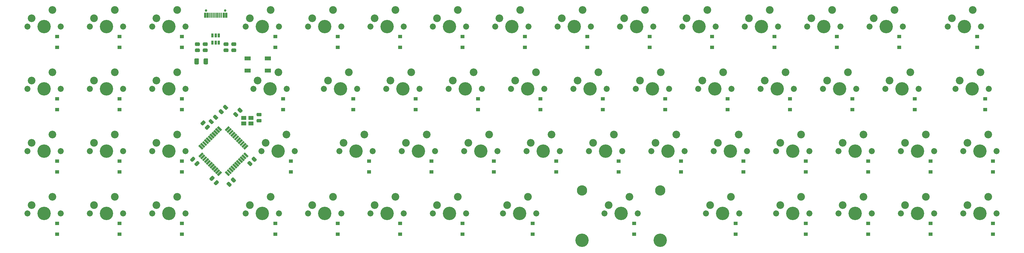
<source format=gbs>
G04 #@! TF.GenerationSoftware,KiCad,Pcbnew,(5.1.6)-1*
G04 #@! TF.CreationDate,2020-06-28T20:33:52-04:00*
G04 #@! TF.ProjectId,Trout-59,54726f75-742d-4353-992e-6b696361645f,rev?*
G04 #@! TF.SameCoordinates,Original*
G04 #@! TF.FileFunction,Soldermask,Bot*
G04 #@! TF.FilePolarity,Negative*
%FSLAX46Y46*%
G04 Gerber Fmt 4.6, Leading zero omitted, Abs format (unit mm)*
G04 Created by KiCad (PCBNEW (5.1.6)-1) date 2020-06-28 20:33:52*
%MOMM*%
%LPD*%
G01*
G04 APERTURE LIST*
%ADD10C,2.350000*%
%ADD11C,4.087800*%
%ADD12C,1.850000*%
%ADD13C,0.100000*%
%ADD14C,3.148000*%
%ADD15R,1.900000X1.200000*%
%ADD16R,0.700000X1.550000*%
%ADD17R,0.400000X1.550000*%
%ADD18C,0.750000*%
%ADD19R,1.500000X1.300000*%
%ADD20R,0.750000X1.160000*%
%ADD21R,1.300000X1.000000*%
G04 APERTURE END LIST*
D10*
G04 #@! TO.C,MX49*
X100965000Y-99695000D03*
D11*
X98425000Y-104775000D03*
D10*
X94615000Y-102235000D03*
D12*
X93345000Y-104775000D03*
X103505000Y-104775000D03*
G04 #@! TD*
D13*
G04 #@! TO.C,U1*
G36*
X79995690Y-86131587D02*
G01*
X80455309Y-86591206D01*
X79323938Y-87722577D01*
X78864319Y-87262958D01*
X79995690Y-86131587D01*
G37*
G36*
X80561376Y-86697272D02*
G01*
X81020995Y-87156891D01*
X79889624Y-88288262D01*
X79430005Y-87828643D01*
X80561376Y-86697272D01*
G37*
G36*
X81127061Y-87262957D02*
G01*
X81586680Y-87722576D01*
X80455309Y-88853947D01*
X79995690Y-88394328D01*
X81127061Y-87262957D01*
G37*
G36*
X81692746Y-87828643D02*
G01*
X82152365Y-88288262D01*
X81020994Y-89419633D01*
X80561375Y-88960014D01*
X81692746Y-87828643D01*
G37*
G36*
X82258432Y-88394328D02*
G01*
X82718051Y-88853947D01*
X81586680Y-89985318D01*
X81127061Y-89525699D01*
X82258432Y-88394328D01*
G37*
G36*
X82824117Y-88960014D02*
G01*
X83283736Y-89419633D01*
X82152365Y-90551004D01*
X81692746Y-90091385D01*
X82824117Y-88960014D01*
G37*
G36*
X83389803Y-89525699D02*
G01*
X83849422Y-89985318D01*
X82718051Y-91116689D01*
X82258432Y-90657070D01*
X83389803Y-89525699D01*
G37*
G36*
X83955488Y-90091385D02*
G01*
X84415107Y-90551004D01*
X83283736Y-91682375D01*
X82824117Y-91222756D01*
X83955488Y-90091385D01*
G37*
G36*
X84521174Y-90657070D02*
G01*
X84980793Y-91116689D01*
X83849422Y-92248060D01*
X83389803Y-91788441D01*
X84521174Y-90657070D01*
G37*
G36*
X85086859Y-91222755D02*
G01*
X85546478Y-91682374D01*
X84415107Y-92813745D01*
X83955488Y-92354126D01*
X85086859Y-91222755D01*
G37*
G36*
X85652544Y-91788441D02*
G01*
X86112163Y-92248060D01*
X84980792Y-93379431D01*
X84521173Y-92919812D01*
X85652544Y-91788441D01*
G37*
G36*
X86925337Y-92248060D02*
G01*
X87384956Y-91788441D01*
X88516327Y-92919812D01*
X88056708Y-93379431D01*
X86925337Y-92248060D01*
G37*
G36*
X87491022Y-91682374D02*
G01*
X87950641Y-91222755D01*
X89082012Y-92354126D01*
X88622393Y-92813745D01*
X87491022Y-91682374D01*
G37*
G36*
X88056707Y-91116689D02*
G01*
X88516326Y-90657070D01*
X89647697Y-91788441D01*
X89188078Y-92248060D01*
X88056707Y-91116689D01*
G37*
G36*
X88622393Y-90551004D02*
G01*
X89082012Y-90091385D01*
X90213383Y-91222756D01*
X89753764Y-91682375D01*
X88622393Y-90551004D01*
G37*
G36*
X89188078Y-89985318D02*
G01*
X89647697Y-89525699D01*
X90779068Y-90657070D01*
X90319449Y-91116689D01*
X89188078Y-89985318D01*
G37*
G36*
X89753764Y-89419633D02*
G01*
X90213383Y-88960014D01*
X91344754Y-90091385D01*
X90885135Y-90551004D01*
X89753764Y-89419633D01*
G37*
G36*
X90319449Y-88853947D02*
G01*
X90779068Y-88394328D01*
X91910439Y-89525699D01*
X91450820Y-89985318D01*
X90319449Y-88853947D01*
G37*
G36*
X90885135Y-88288262D02*
G01*
X91344754Y-87828643D01*
X92476125Y-88960014D01*
X92016506Y-89419633D01*
X90885135Y-88288262D01*
G37*
G36*
X91450820Y-87722576D02*
G01*
X91910439Y-87262957D01*
X93041810Y-88394328D01*
X92582191Y-88853947D01*
X91450820Y-87722576D01*
G37*
G36*
X92016505Y-87156891D02*
G01*
X92476124Y-86697272D01*
X93607495Y-87828643D01*
X93147876Y-88288262D01*
X92016505Y-87156891D01*
G37*
G36*
X92582191Y-86591206D02*
G01*
X93041810Y-86131587D01*
X94173181Y-87262958D01*
X93713562Y-87722577D01*
X92582191Y-86591206D01*
G37*
G36*
X93713562Y-83727423D02*
G01*
X94173181Y-84187042D01*
X93041810Y-85318413D01*
X92582191Y-84858794D01*
X93713562Y-83727423D01*
G37*
G36*
X93147876Y-83161738D02*
G01*
X93607495Y-83621357D01*
X92476124Y-84752728D01*
X92016505Y-84293109D01*
X93147876Y-83161738D01*
G37*
G36*
X92582191Y-82596053D02*
G01*
X93041810Y-83055672D01*
X91910439Y-84187043D01*
X91450820Y-83727424D01*
X92582191Y-82596053D01*
G37*
G36*
X92016506Y-82030367D02*
G01*
X92476125Y-82489986D01*
X91344754Y-83621357D01*
X90885135Y-83161738D01*
X92016506Y-82030367D01*
G37*
G36*
X91450820Y-81464682D02*
G01*
X91910439Y-81924301D01*
X90779068Y-83055672D01*
X90319449Y-82596053D01*
X91450820Y-81464682D01*
G37*
G36*
X90885135Y-80898996D02*
G01*
X91344754Y-81358615D01*
X90213383Y-82489986D01*
X89753764Y-82030367D01*
X90885135Y-80898996D01*
G37*
G36*
X90319449Y-80333311D02*
G01*
X90779068Y-80792930D01*
X89647697Y-81924301D01*
X89188078Y-81464682D01*
X90319449Y-80333311D01*
G37*
G36*
X89753764Y-79767625D02*
G01*
X90213383Y-80227244D01*
X89082012Y-81358615D01*
X88622393Y-80898996D01*
X89753764Y-79767625D01*
G37*
G36*
X89188078Y-79201940D02*
G01*
X89647697Y-79661559D01*
X88516326Y-80792930D01*
X88056707Y-80333311D01*
X89188078Y-79201940D01*
G37*
G36*
X88622393Y-78636255D02*
G01*
X89082012Y-79095874D01*
X87950641Y-80227245D01*
X87491022Y-79767626D01*
X88622393Y-78636255D01*
G37*
G36*
X88056708Y-78070569D02*
G01*
X88516327Y-78530188D01*
X87384956Y-79661559D01*
X86925337Y-79201940D01*
X88056708Y-78070569D01*
G37*
G36*
X84521173Y-78530188D02*
G01*
X84980792Y-78070569D01*
X86112163Y-79201940D01*
X85652544Y-79661559D01*
X84521173Y-78530188D01*
G37*
G36*
X83955488Y-79095874D02*
G01*
X84415107Y-78636255D01*
X85546478Y-79767626D01*
X85086859Y-80227245D01*
X83955488Y-79095874D01*
G37*
G36*
X83389803Y-79661559D02*
G01*
X83849422Y-79201940D01*
X84980793Y-80333311D01*
X84521174Y-80792930D01*
X83389803Y-79661559D01*
G37*
G36*
X82824117Y-80227244D02*
G01*
X83283736Y-79767625D01*
X84415107Y-80898996D01*
X83955488Y-81358615D01*
X82824117Y-80227244D01*
G37*
G36*
X82258432Y-80792930D02*
G01*
X82718051Y-80333311D01*
X83849422Y-81464682D01*
X83389803Y-81924301D01*
X82258432Y-80792930D01*
G37*
G36*
X81692746Y-81358615D02*
G01*
X82152365Y-80898996D01*
X83283736Y-82030367D01*
X82824117Y-82489986D01*
X81692746Y-81358615D01*
G37*
G36*
X81127061Y-81924301D02*
G01*
X81586680Y-81464682D01*
X82718051Y-82596053D01*
X82258432Y-83055672D01*
X81127061Y-81924301D01*
G37*
G36*
X80561375Y-82489986D02*
G01*
X81020994Y-82030367D01*
X82152365Y-83161738D01*
X81692746Y-83621357D01*
X80561375Y-82489986D01*
G37*
G36*
X79995690Y-83055672D02*
G01*
X80455309Y-82596053D01*
X81586680Y-83727424D01*
X81127061Y-84187043D01*
X79995690Y-83055672D01*
G37*
G36*
X79430005Y-83621357D02*
G01*
X79889624Y-83161738D01*
X81020995Y-84293109D01*
X80561376Y-84752728D01*
X79430005Y-83621357D01*
G37*
G36*
X78864319Y-84187042D02*
G01*
X79323938Y-83727423D01*
X80455309Y-84858794D01*
X79995690Y-85318413D01*
X78864319Y-84187042D01*
G37*
G04 #@! TD*
D10*
G04 #@! TO.C,MX31*
X34290000Y-80645000D03*
D11*
X31750000Y-85725000D03*
D10*
X27940000Y-83185000D03*
D12*
X26670000Y-85725000D03*
X36830000Y-85725000D03*
G04 #@! TD*
D10*
G04 #@! TO.C,MX4*
X100965000Y-42545000D03*
D11*
X98425000Y-47625000D03*
D10*
X94615000Y-45085000D03*
D12*
X93345000Y-47625000D03*
X103505000Y-47625000D03*
G04 #@! TD*
D10*
G04 #@! TO.C,MX16*
X34290000Y-61595000D03*
D11*
X31750000Y-66675000D03*
D10*
X27940000Y-64135000D03*
D12*
X26670000Y-66675000D03*
X36830000Y-66675000D03*
G04 #@! TD*
D10*
G04 #@! TO.C,MX15*
X315277500Y-42545000D03*
D11*
X312737500Y-47625000D03*
D10*
X308927500Y-45085000D03*
D12*
X307657500Y-47625000D03*
X317817500Y-47625000D03*
G04 #@! TD*
D10*
G04 #@! TO.C,MX5*
X120015000Y-42545000D03*
D11*
X117475000Y-47625000D03*
D10*
X113665000Y-45085000D03*
D12*
X112395000Y-47625000D03*
X122555000Y-47625000D03*
G04 #@! TD*
D10*
G04 #@! TO.C,MX46*
X34290000Y-99695000D03*
D11*
X31750000Y-104775000D03*
D10*
X27940000Y-102235000D03*
D12*
X26670000Y-104775000D03*
X36830000Y-104775000D03*
G04 #@! TD*
D10*
G04 #@! TO.C,MX47*
X53340000Y-99695000D03*
D11*
X50800000Y-104775000D03*
D10*
X46990000Y-102235000D03*
D12*
X45720000Y-104775000D03*
X55880000Y-104775000D03*
G04 #@! TD*
D10*
G04 #@! TO.C,MX48*
X72390000Y-99695000D03*
D11*
X69850000Y-104775000D03*
D10*
X66040000Y-102235000D03*
D12*
X64770000Y-104775000D03*
X74930000Y-104775000D03*
G04 #@! TD*
D10*
G04 #@! TO.C,MX54*
X210502500Y-99695000D03*
D11*
X207962500Y-104775000D03*
D10*
X204152500Y-102235000D03*
D12*
X202882500Y-104775000D03*
X213042500Y-104775000D03*
D14*
X196056250Y-97790000D03*
X219868750Y-97790000D03*
D11*
X196056250Y-113030000D03*
X219868750Y-113030000D03*
G04 #@! TD*
D10*
G04 #@! TO.C,MX32*
X53340000Y-80645000D03*
D11*
X50800000Y-85725000D03*
D10*
X46990000Y-83185000D03*
D12*
X45720000Y-85725000D03*
X55880000Y-85725000D03*
G04 #@! TD*
D10*
G04 #@! TO.C,MX2*
X53340000Y-42545000D03*
D11*
X50800000Y-47625000D03*
D10*
X46990000Y-45085000D03*
D12*
X45720000Y-47625000D03*
X55880000Y-47625000D03*
G04 #@! TD*
D10*
G04 #@! TO.C,MX38*
X186690000Y-80645000D03*
D11*
X184150000Y-85725000D03*
D10*
X180340000Y-83185000D03*
D12*
X179070000Y-85725000D03*
X189230000Y-85725000D03*
G04 #@! TD*
D10*
G04 #@! TO.C,MX10*
X215265000Y-42545000D03*
D11*
X212725000Y-47625000D03*
D10*
X208915000Y-45085000D03*
D12*
X207645000Y-47625000D03*
X217805000Y-47625000D03*
G04 #@! TD*
D10*
G04 #@! TO.C,MX8*
X177165000Y-42545000D03*
D11*
X174625000Y-47625000D03*
D10*
X170815000Y-45085000D03*
D12*
X169545000Y-47625000D03*
X179705000Y-47625000D03*
G04 #@! TD*
D10*
G04 #@! TO.C,MX6*
X139065000Y-42545000D03*
D11*
X136525000Y-47625000D03*
D10*
X132715000Y-45085000D03*
D12*
X131445000Y-47625000D03*
X141605000Y-47625000D03*
G04 #@! TD*
D10*
G04 #@! TO.C,MX19*
X103346250Y-61595000D03*
D11*
X100806250Y-66675000D03*
D10*
X96996250Y-64135000D03*
D12*
X95726250Y-66675000D03*
X105886250Y-66675000D03*
G04 #@! TD*
D10*
G04 #@! TO.C,MX45*
X320040000Y-80645000D03*
D11*
X317500000Y-85725000D03*
D10*
X313690000Y-83185000D03*
D12*
X312420000Y-85725000D03*
X322580000Y-85725000D03*
G04 #@! TD*
D10*
G04 #@! TO.C,MX27*
X258127500Y-61595000D03*
D11*
X255587500Y-66675000D03*
D10*
X251777500Y-64135000D03*
D12*
X250507500Y-66675000D03*
X260667500Y-66675000D03*
G04 #@! TD*
D10*
G04 #@! TO.C,MX14*
X291465000Y-42545000D03*
D11*
X288925000Y-47625000D03*
D10*
X285115000Y-45085000D03*
D12*
X283845000Y-47625000D03*
X294005000Y-47625000D03*
G04 #@! TD*
D10*
G04 #@! TO.C,MX12*
X253365000Y-42545000D03*
D11*
X250825000Y-47625000D03*
D10*
X247015000Y-45085000D03*
D12*
X245745000Y-47625000D03*
X255905000Y-47625000D03*
G04 #@! TD*
D10*
G04 #@! TO.C,MX26*
X239077500Y-61595000D03*
D11*
X236537500Y-66675000D03*
D10*
X232727500Y-64135000D03*
D12*
X231457500Y-66675000D03*
X241617500Y-66675000D03*
G04 #@! TD*
D10*
G04 #@! TO.C,MX41*
X243840000Y-80645000D03*
D11*
X241300000Y-85725000D03*
D10*
X237490000Y-83185000D03*
D12*
X236220000Y-85725000D03*
X246380000Y-85725000D03*
G04 #@! TD*
D10*
G04 #@! TO.C,MX23*
X181927500Y-61595000D03*
D11*
X179387500Y-66675000D03*
D10*
X175577500Y-64135000D03*
D12*
X174307500Y-66675000D03*
X184467500Y-66675000D03*
G04 #@! TD*
D10*
G04 #@! TO.C,MX22*
X162877500Y-61595000D03*
D11*
X160337500Y-66675000D03*
D10*
X156527500Y-64135000D03*
D12*
X155257500Y-66675000D03*
X165417500Y-66675000D03*
G04 #@! TD*
D10*
G04 #@! TO.C,MX36*
X148590000Y-80645000D03*
D11*
X146050000Y-85725000D03*
D10*
X142240000Y-83185000D03*
D12*
X140970000Y-85725000D03*
X151130000Y-85725000D03*
G04 #@! TD*
D10*
G04 #@! TO.C,MX58*
X300990000Y-99695000D03*
D11*
X298450000Y-104775000D03*
D10*
X294640000Y-102235000D03*
D12*
X293370000Y-104775000D03*
X303530000Y-104775000D03*
G04 #@! TD*
D10*
G04 #@! TO.C,MX56*
X262890000Y-99695000D03*
D11*
X260350000Y-104775000D03*
D10*
X256540000Y-102235000D03*
D12*
X255270000Y-104775000D03*
X265430000Y-104775000D03*
G04 #@! TD*
D10*
G04 #@! TO.C,MX55*
X241458750Y-99695000D03*
D11*
X238918750Y-104775000D03*
D10*
X235108750Y-102235000D03*
D12*
X233838750Y-104775000D03*
X243998750Y-104775000D03*
G04 #@! TD*
D10*
G04 #@! TO.C,MX40*
X224790000Y-80645000D03*
D11*
X222250000Y-85725000D03*
D10*
X218440000Y-83185000D03*
D12*
X217170000Y-85725000D03*
X227330000Y-85725000D03*
G04 #@! TD*
D10*
G04 #@! TO.C,MX59*
X320040000Y-99695000D03*
D11*
X317500000Y-104775000D03*
D10*
X313690000Y-102235000D03*
D12*
X312420000Y-104775000D03*
X322580000Y-104775000D03*
G04 #@! TD*
D10*
G04 #@! TO.C,MX57*
X281940000Y-99695000D03*
D11*
X279400000Y-104775000D03*
D10*
X275590000Y-102235000D03*
D12*
X274320000Y-104775000D03*
X284480000Y-104775000D03*
G04 #@! TD*
D10*
G04 #@! TO.C,MX53*
X179546250Y-99695000D03*
D11*
X177006250Y-104775000D03*
D10*
X173196250Y-102235000D03*
D12*
X171926250Y-104775000D03*
X182086250Y-104775000D03*
G04 #@! TD*
D10*
G04 #@! TO.C,MX52*
X158115000Y-99695000D03*
D11*
X155575000Y-104775000D03*
D10*
X151765000Y-102235000D03*
D12*
X150495000Y-104775000D03*
X160655000Y-104775000D03*
G04 #@! TD*
D10*
G04 #@! TO.C,MX51*
X139065000Y-99695000D03*
D11*
X136525000Y-104775000D03*
D10*
X132715000Y-102235000D03*
D12*
X131445000Y-104775000D03*
X141605000Y-104775000D03*
G04 #@! TD*
D10*
G04 #@! TO.C,MX50*
X120015000Y-99695000D03*
D11*
X117475000Y-104775000D03*
D10*
X113665000Y-102235000D03*
D12*
X112395000Y-104775000D03*
X122555000Y-104775000D03*
G04 #@! TD*
D10*
G04 #@! TO.C,MX44*
X300990000Y-80645000D03*
D11*
X298450000Y-85725000D03*
D10*
X294640000Y-83185000D03*
D12*
X293370000Y-85725000D03*
X303530000Y-85725000D03*
G04 #@! TD*
D10*
G04 #@! TO.C,MX43*
X281940000Y-80645000D03*
D11*
X279400000Y-85725000D03*
D10*
X275590000Y-83185000D03*
D12*
X274320000Y-85725000D03*
X284480000Y-85725000D03*
G04 #@! TD*
D10*
G04 #@! TO.C,MX42*
X262890000Y-80645000D03*
D11*
X260350000Y-85725000D03*
D10*
X256540000Y-83185000D03*
D12*
X255270000Y-85725000D03*
X265430000Y-85725000D03*
G04 #@! TD*
D10*
G04 #@! TO.C,MX39*
X205740000Y-80645000D03*
D11*
X203200000Y-85725000D03*
D10*
X199390000Y-83185000D03*
D12*
X198120000Y-85725000D03*
X208280000Y-85725000D03*
G04 #@! TD*
D10*
G04 #@! TO.C,MX37*
X167640000Y-80645000D03*
D11*
X165100000Y-85725000D03*
D10*
X161290000Y-83185000D03*
D12*
X160020000Y-85725000D03*
X170180000Y-85725000D03*
G04 #@! TD*
D10*
G04 #@! TO.C,MX35*
X129540000Y-80645000D03*
D11*
X127000000Y-85725000D03*
D10*
X123190000Y-83185000D03*
D12*
X121920000Y-85725000D03*
X132080000Y-85725000D03*
G04 #@! TD*
D10*
G04 #@! TO.C,MX34*
X105727500Y-80645000D03*
D11*
X103187500Y-85725000D03*
D10*
X99377500Y-83185000D03*
D12*
X98107500Y-85725000D03*
X108267500Y-85725000D03*
G04 #@! TD*
D10*
G04 #@! TO.C,MX33*
X72390000Y-80645000D03*
D11*
X69850000Y-85725000D03*
D10*
X66040000Y-83185000D03*
D12*
X64770000Y-85725000D03*
X74930000Y-85725000D03*
G04 #@! TD*
D10*
G04 #@! TO.C,MX30*
X317658750Y-61595000D03*
D11*
X315118750Y-66675000D03*
D10*
X311308750Y-64135000D03*
D12*
X310038750Y-66675000D03*
X320198750Y-66675000D03*
G04 #@! TD*
D10*
G04 #@! TO.C,MX29*
X296227500Y-61595000D03*
D11*
X293687500Y-66675000D03*
D10*
X289877500Y-64135000D03*
D12*
X288607500Y-66675000D03*
X298767500Y-66675000D03*
G04 #@! TD*
D10*
G04 #@! TO.C,MX28*
X277177500Y-61595000D03*
D11*
X274637500Y-66675000D03*
D10*
X270827500Y-64135000D03*
D12*
X269557500Y-66675000D03*
X279717500Y-66675000D03*
G04 #@! TD*
D10*
G04 #@! TO.C,MX25*
X220027500Y-61595000D03*
D11*
X217487500Y-66675000D03*
D10*
X213677500Y-64135000D03*
D12*
X212407500Y-66675000D03*
X222567500Y-66675000D03*
G04 #@! TD*
D10*
G04 #@! TO.C,MX24*
X200977500Y-61595000D03*
D11*
X198437500Y-66675000D03*
D10*
X194627500Y-64135000D03*
D12*
X193357500Y-66675000D03*
X203517500Y-66675000D03*
G04 #@! TD*
D10*
G04 #@! TO.C,MX21*
X143827500Y-61595000D03*
D11*
X141287500Y-66675000D03*
D10*
X137477500Y-64135000D03*
D12*
X136207500Y-66675000D03*
X146367500Y-66675000D03*
G04 #@! TD*
D10*
G04 #@! TO.C,MX20*
X124777500Y-61595000D03*
D11*
X122237500Y-66675000D03*
D10*
X118427500Y-64135000D03*
D12*
X117157500Y-66675000D03*
X127317500Y-66675000D03*
G04 #@! TD*
D10*
G04 #@! TO.C,MX18*
X72390000Y-61595000D03*
D11*
X69850000Y-66675000D03*
D10*
X66040000Y-64135000D03*
D12*
X64770000Y-66675000D03*
X74930000Y-66675000D03*
G04 #@! TD*
D10*
G04 #@! TO.C,MX17*
X53340000Y-61595000D03*
D11*
X50800000Y-66675000D03*
D10*
X46990000Y-64135000D03*
D12*
X45720000Y-66675000D03*
X55880000Y-66675000D03*
G04 #@! TD*
D10*
G04 #@! TO.C,MX13*
X272415000Y-42545000D03*
D11*
X269875000Y-47625000D03*
D10*
X266065000Y-45085000D03*
D12*
X264795000Y-47625000D03*
X274955000Y-47625000D03*
G04 #@! TD*
D10*
G04 #@! TO.C,MX11*
X234315000Y-42545000D03*
D11*
X231775000Y-47625000D03*
D10*
X227965000Y-45085000D03*
D12*
X226695000Y-47625000D03*
X236855000Y-47625000D03*
G04 #@! TD*
D10*
G04 #@! TO.C,MX9*
X196215000Y-42545000D03*
D11*
X193675000Y-47625000D03*
D10*
X189865000Y-45085000D03*
D12*
X188595000Y-47625000D03*
X198755000Y-47625000D03*
G04 #@! TD*
D10*
G04 #@! TO.C,MX7*
X158115000Y-42545000D03*
D11*
X155575000Y-47625000D03*
D10*
X151765000Y-45085000D03*
D12*
X150495000Y-47625000D03*
X160655000Y-47625000D03*
G04 #@! TD*
D10*
G04 #@! TO.C,MX3*
X72390000Y-42545000D03*
D11*
X69850000Y-47625000D03*
D10*
X66040000Y-45085000D03*
D12*
X64770000Y-47625000D03*
X74930000Y-47625000D03*
G04 #@! TD*
D10*
G04 #@! TO.C,MX1*
X34290000Y-42545000D03*
D11*
X31750000Y-47625000D03*
D10*
X27940000Y-45085000D03*
D12*
X26670000Y-47625000D03*
X36830000Y-47625000D03*
G04 #@! TD*
D15*
G04 #@! TO.C,SW1*
X93928000Y-57387000D03*
X100128000Y-61087000D03*
X93928000Y-61087000D03*
X100128000Y-57387000D03*
G04 #@! TD*
D16*
G04 #@! TO.C,USB1*
X87362500Y-44207500D03*
X80912500Y-44207500D03*
X86587500Y-44207500D03*
X81687500Y-44207500D03*
D17*
X82387500Y-44207500D03*
X85887500Y-44207500D03*
X82887500Y-44207500D03*
X85387500Y-44207500D03*
X83387500Y-44207500D03*
X84887500Y-44207500D03*
X84387500Y-44207500D03*
X83887500Y-44207500D03*
D18*
X87027500Y-42762500D03*
X81247500Y-42762500D03*
G04 #@! TD*
D19*
G04 #@! TO.C,Y1*
X94953000Y-75604000D03*
X92753000Y-75604000D03*
X92753000Y-77304000D03*
X94953000Y-77304000D03*
G04 #@! TD*
D20*
G04 #@! TO.C,U2*
X84137500Y-52535000D03*
X83187500Y-52535000D03*
X85087500Y-52535000D03*
X85087500Y-50335000D03*
X84137500Y-50335000D03*
X83187500Y-50335000D03*
G04 #@! TD*
G04 #@! TO.C,R6*
G36*
G01*
X90175000Y-53575000D02*
X89212500Y-53575000D01*
G75*
G02*
X88943750Y-53306250I0J268750D01*
G01*
X88943750Y-52768750D01*
G75*
G02*
X89212500Y-52500000I268750J0D01*
G01*
X90175000Y-52500000D01*
G75*
G02*
X90443750Y-52768750I0J-268750D01*
G01*
X90443750Y-53306250D01*
G75*
G02*
X90175000Y-53575000I-268750J0D01*
G01*
G37*
G36*
G01*
X90175000Y-55450000D02*
X89212500Y-55450000D01*
G75*
G02*
X88943750Y-55181250I0J268750D01*
G01*
X88943750Y-54643750D01*
G75*
G02*
X89212500Y-54375000I268750J0D01*
G01*
X90175000Y-54375000D01*
G75*
G02*
X90443750Y-54643750I0J-268750D01*
G01*
X90443750Y-55181250D01*
G75*
G02*
X90175000Y-55450000I-268750J0D01*
G01*
G37*
G04 #@! TD*
G04 #@! TO.C,R5*
G36*
G01*
X79062500Y-53575000D02*
X78100000Y-53575000D01*
G75*
G02*
X77831250Y-53306250I0J268750D01*
G01*
X77831250Y-52768750D01*
G75*
G02*
X78100000Y-52500000I268750J0D01*
G01*
X79062500Y-52500000D01*
G75*
G02*
X79331250Y-52768750I0J-268750D01*
G01*
X79331250Y-53306250D01*
G75*
G02*
X79062500Y-53575000I-268750J0D01*
G01*
G37*
G36*
G01*
X79062500Y-55450000D02*
X78100000Y-55450000D01*
G75*
G02*
X77831250Y-55181250I0J268750D01*
G01*
X77831250Y-54643750D01*
G75*
G02*
X78100000Y-54375000I268750J0D01*
G01*
X79062500Y-54375000D01*
G75*
G02*
X79331250Y-54643750I0J-268750D01*
G01*
X79331250Y-55181250D01*
G75*
G02*
X79062500Y-55450000I-268750J0D01*
G01*
G37*
G04 #@! TD*
G04 #@! TO.C,R4*
G36*
G01*
X89523138Y-95307452D02*
X88842548Y-94626862D01*
G75*
G02*
X88842548Y-94246792I190035J190035D01*
G01*
X89222618Y-93866722D01*
G75*
G02*
X89602688Y-93866722I190035J-190035D01*
G01*
X90283278Y-94547312D01*
G75*
G02*
X90283278Y-94927382I-190035J-190035D01*
G01*
X89903208Y-95307452D01*
G75*
G02*
X89523138Y-95307452I-190035J190035D01*
G01*
G37*
G36*
G01*
X88197312Y-96633278D02*
X87516722Y-95952688D01*
G75*
G02*
X87516722Y-95572618I190035J190035D01*
G01*
X87896792Y-95192548D01*
G75*
G02*
X88276862Y-95192548I190035J-190035D01*
G01*
X88957452Y-95873138D01*
G75*
G02*
X88957452Y-96253208I-190035J-190035D01*
G01*
X88577382Y-96633278D01*
G75*
G02*
X88197312Y-96633278I-190035J190035D01*
G01*
G37*
G04 #@! TD*
G04 #@! TO.C,R3*
G36*
G01*
X81443750Y-53575000D02*
X80481250Y-53575000D01*
G75*
G02*
X80212500Y-53306250I0J268750D01*
G01*
X80212500Y-52768750D01*
G75*
G02*
X80481250Y-52500000I268750J0D01*
G01*
X81443750Y-52500000D01*
G75*
G02*
X81712500Y-52768750I0J-268750D01*
G01*
X81712500Y-53306250D01*
G75*
G02*
X81443750Y-53575000I-268750J0D01*
G01*
G37*
G36*
G01*
X81443750Y-55450000D02*
X80481250Y-55450000D01*
G75*
G02*
X80212500Y-55181250I0J268750D01*
G01*
X80212500Y-54643750D01*
G75*
G02*
X80481250Y-54375000I268750J0D01*
G01*
X81443750Y-54375000D01*
G75*
G02*
X81712500Y-54643750I0J-268750D01*
G01*
X81712500Y-55181250D01*
G75*
G02*
X81443750Y-55450000I-268750J0D01*
G01*
G37*
G04 #@! TD*
G04 #@! TO.C,R2*
G36*
G01*
X87793750Y-53575000D02*
X86831250Y-53575000D01*
G75*
G02*
X86562500Y-53306250I0J268750D01*
G01*
X86562500Y-52768750D01*
G75*
G02*
X86831250Y-52500000I268750J0D01*
G01*
X87793750Y-52500000D01*
G75*
G02*
X88062500Y-52768750I0J-268750D01*
G01*
X88062500Y-53306250D01*
G75*
G02*
X87793750Y-53575000I-268750J0D01*
G01*
G37*
G36*
G01*
X87793750Y-55450000D02*
X86831250Y-55450000D01*
G75*
G02*
X86562500Y-55181250I0J268750D01*
G01*
X86562500Y-54643750D01*
G75*
G02*
X86831250Y-54375000I268750J0D01*
G01*
X87793750Y-54375000D01*
G75*
G02*
X88062500Y-54643750I0J-268750D01*
G01*
X88062500Y-55181250D01*
G75*
G02*
X87793750Y-55450000I-268750J0D01*
G01*
G37*
G04 #@! TD*
G04 #@! TO.C,R1*
G36*
G01*
X84169601Y-74685885D02*
X84850191Y-75366475D01*
G75*
G02*
X84850191Y-75746545I-190035J-190035D01*
G01*
X84470121Y-76126615D01*
G75*
G02*
X84090051Y-76126615I-190035J190035D01*
G01*
X83409461Y-75446025D01*
G75*
G02*
X83409461Y-75065955I190035J190035D01*
G01*
X83789531Y-74685885D01*
G75*
G02*
X84169601Y-74685885I190035J-190035D01*
G01*
G37*
G36*
G01*
X82843775Y-76011711D02*
X83524365Y-76692301D01*
G75*
G02*
X83524365Y-77072371I-190035J-190035D01*
G01*
X83144295Y-77452441D01*
G75*
G02*
X82764225Y-77452441I-190035J190035D01*
G01*
X82083635Y-76771851D01*
G75*
G02*
X82083635Y-76391781I190035J190035D01*
G01*
X82463705Y-76011711D01*
G75*
G02*
X82843775Y-76011711I190035J-190035D01*
G01*
G37*
G04 #@! TD*
G04 #@! TO.C,F1*
G36*
G01*
X77681000Y-58948000D02*
X77681000Y-57638000D01*
G75*
G02*
X77951000Y-57368000I270000J0D01*
G01*
X78761000Y-57368000D01*
G75*
G02*
X79031000Y-57638000I0J-270000D01*
G01*
X79031000Y-58948000D01*
G75*
G02*
X78761000Y-59218000I-270000J0D01*
G01*
X77951000Y-59218000D01*
G75*
G02*
X77681000Y-58948000I0J270000D01*
G01*
G37*
G36*
G01*
X80481000Y-58948000D02*
X80481000Y-57638000D01*
G75*
G02*
X80751000Y-57368000I270000J0D01*
G01*
X81561000Y-57368000D01*
G75*
G02*
X81831000Y-57638000I0J-270000D01*
G01*
X81831000Y-58948000D01*
G75*
G02*
X81561000Y-59218000I-270000J0D01*
G01*
X80751000Y-59218000D01*
G75*
G02*
X80481000Y-58948000I0J270000D01*
G01*
G37*
G04 #@! TD*
D21*
G04 #@! TO.C,D59*
X321468750Y-107887500D03*
X321468750Y-111187500D03*
G04 #@! TD*
G04 #@! TO.C,D58*
X302418750Y-107887500D03*
X302418750Y-111187500D03*
G04 #@! TD*
G04 #@! TO.C,D57*
X283368750Y-107887500D03*
X283368750Y-111187500D03*
G04 #@! TD*
G04 #@! TO.C,D56*
X264318750Y-107887500D03*
X264318750Y-111187500D03*
G04 #@! TD*
G04 #@! TO.C,D55*
X242887500Y-107887500D03*
X242887500Y-111187500D03*
G04 #@! TD*
G04 #@! TO.C,D54*
X211931250Y-107887500D03*
X211931250Y-111187500D03*
G04 #@! TD*
G04 #@! TO.C,D53*
X180975000Y-107887500D03*
X180975000Y-111187500D03*
G04 #@! TD*
G04 #@! TO.C,D52*
X159543750Y-107887500D03*
X159543750Y-111187500D03*
G04 #@! TD*
G04 #@! TO.C,D51*
X140493750Y-107887500D03*
X140493750Y-111187500D03*
G04 #@! TD*
G04 #@! TO.C,D50*
X121443750Y-107887500D03*
X121443750Y-111187500D03*
G04 #@! TD*
G04 #@! TO.C,D49*
X102393750Y-107887500D03*
X102393750Y-111187500D03*
G04 #@! TD*
G04 #@! TO.C,D48*
X73818750Y-107887500D03*
X73818750Y-111187500D03*
G04 #@! TD*
G04 #@! TO.C,D47*
X54768750Y-107887500D03*
X54768750Y-111187500D03*
G04 #@! TD*
G04 #@! TO.C,D46*
X35718750Y-107887500D03*
X35718750Y-111187500D03*
G04 #@! TD*
G04 #@! TO.C,D45*
X321468750Y-88837500D03*
X321468750Y-92137500D03*
G04 #@! TD*
G04 #@! TO.C,D44*
X302418750Y-88837500D03*
X302418750Y-92137500D03*
G04 #@! TD*
G04 #@! TO.C,D43*
X283368750Y-88837500D03*
X283368750Y-92137500D03*
G04 #@! TD*
G04 #@! TO.C,D42*
X264318750Y-88837500D03*
X264318750Y-92137500D03*
G04 #@! TD*
G04 #@! TO.C,D41*
X245268750Y-88837500D03*
X245268750Y-92137500D03*
G04 #@! TD*
G04 #@! TO.C,D40*
X226218750Y-88837500D03*
X226218750Y-92137500D03*
G04 #@! TD*
G04 #@! TO.C,D39*
X207168750Y-88837500D03*
X207168750Y-92137500D03*
G04 #@! TD*
G04 #@! TO.C,D38*
X188118750Y-88837500D03*
X188118750Y-92137500D03*
G04 #@! TD*
G04 #@! TO.C,D37*
X169068750Y-88837500D03*
X169068750Y-92137500D03*
G04 #@! TD*
G04 #@! TO.C,D36*
X150018750Y-88837500D03*
X150018750Y-92137500D03*
G04 #@! TD*
G04 #@! TO.C,D35*
X130968750Y-88837500D03*
X130968750Y-92137500D03*
G04 #@! TD*
G04 #@! TO.C,D34*
X107156250Y-88837500D03*
X107156250Y-92137500D03*
G04 #@! TD*
G04 #@! TO.C,D33*
X73818750Y-88837500D03*
X73818750Y-92137500D03*
G04 #@! TD*
G04 #@! TO.C,D32*
X54768750Y-88837500D03*
X54768750Y-92137500D03*
G04 #@! TD*
G04 #@! TO.C,D31*
X35718750Y-88837500D03*
X35718750Y-92137500D03*
G04 #@! TD*
G04 #@! TO.C,D30*
X319087500Y-69787500D03*
X319087500Y-73087500D03*
G04 #@! TD*
G04 #@! TO.C,D29*
X297656250Y-69787500D03*
X297656250Y-73087500D03*
G04 #@! TD*
G04 #@! TO.C,D28*
X278606250Y-69787500D03*
X278606250Y-73087500D03*
G04 #@! TD*
G04 #@! TO.C,D27*
X259556250Y-69787500D03*
X259556250Y-73087500D03*
G04 #@! TD*
G04 #@! TO.C,D26*
X240506250Y-69787500D03*
X240506250Y-73087500D03*
G04 #@! TD*
G04 #@! TO.C,D25*
X221456250Y-69787500D03*
X221456250Y-73087500D03*
G04 #@! TD*
G04 #@! TO.C,D24*
X202406250Y-69787500D03*
X202406250Y-73087500D03*
G04 #@! TD*
G04 #@! TO.C,D23*
X183356250Y-69787500D03*
X183356250Y-73087500D03*
G04 #@! TD*
G04 #@! TO.C,D22*
X164306250Y-69787500D03*
X164306250Y-73087500D03*
G04 #@! TD*
G04 #@! TO.C,D21*
X145256250Y-69787500D03*
X145256250Y-73087500D03*
G04 #@! TD*
G04 #@! TO.C,D20*
X126206250Y-69787500D03*
X126206250Y-73087500D03*
G04 #@! TD*
G04 #@! TO.C,D19*
X104775000Y-69787500D03*
X104775000Y-73087500D03*
G04 #@! TD*
G04 #@! TO.C,D18*
X73818750Y-69787500D03*
X73818750Y-73087500D03*
G04 #@! TD*
G04 #@! TO.C,D17*
X54768750Y-69787500D03*
X54768750Y-73087500D03*
G04 #@! TD*
G04 #@! TO.C,D16*
X35718750Y-69787500D03*
X35718750Y-73087500D03*
G04 #@! TD*
G04 #@! TO.C,D15*
X316706250Y-50737500D03*
X316706250Y-54037500D03*
G04 #@! TD*
G04 #@! TO.C,D14*
X292893750Y-50737500D03*
X292893750Y-54037500D03*
G04 #@! TD*
G04 #@! TO.C,D13*
X273843750Y-50737500D03*
X273843750Y-54037500D03*
G04 #@! TD*
G04 #@! TO.C,D12*
X254793750Y-50737500D03*
X254793750Y-54037500D03*
G04 #@! TD*
G04 #@! TO.C,D11*
X235743750Y-50737500D03*
X235743750Y-54037500D03*
G04 #@! TD*
G04 #@! TO.C,D10*
X216693750Y-50737500D03*
X216693750Y-54037500D03*
G04 #@! TD*
G04 #@! TO.C,D9*
X197643750Y-50737500D03*
X197643750Y-54037500D03*
G04 #@! TD*
G04 #@! TO.C,D8*
X178593750Y-50737500D03*
X178593750Y-54037500D03*
G04 #@! TD*
G04 #@! TO.C,D7*
X159543750Y-50737500D03*
X159543750Y-54037500D03*
G04 #@! TD*
G04 #@! TO.C,D6*
X140493750Y-50737500D03*
X140493750Y-54037500D03*
G04 #@! TD*
G04 #@! TO.C,D5*
X121443750Y-50737500D03*
X121443750Y-54037500D03*
G04 #@! TD*
G04 #@! TO.C,D4*
X102393750Y-50737500D03*
X102393750Y-54037500D03*
G04 #@! TD*
G04 #@! TO.C,D3*
X73818750Y-50737500D03*
X73818750Y-54037500D03*
G04 #@! TD*
G04 #@! TO.C,D2*
X54768750Y-50737500D03*
X54768750Y-54037500D03*
G04 #@! TD*
G04 #@! TO.C,D1*
X35718750Y-50737500D03*
X35718750Y-54037500D03*
G04 #@! TD*
G04 #@! TO.C,C7*
G36*
G01*
X77730048Y-89523138D02*
X78410638Y-88842548D01*
G75*
G02*
X78790708Y-88842548I190035J-190035D01*
G01*
X79170778Y-89222618D01*
G75*
G02*
X79170778Y-89602688I-190035J-190035D01*
G01*
X78490188Y-90283278D01*
G75*
G02*
X78110118Y-90283278I-190035J190035D01*
G01*
X77730048Y-89903208D01*
G75*
G02*
X77730048Y-89523138I190035J190035D01*
G01*
G37*
G36*
G01*
X76404222Y-88197312D02*
X77084812Y-87516722D01*
G75*
G02*
X77464882Y-87516722I190035J-190035D01*
G01*
X77844952Y-87896792D01*
G75*
G02*
X77844952Y-88276862I-190035J-190035D01*
G01*
X77164362Y-88957452D01*
G75*
G02*
X76784292Y-88957452I-190035J190035D01*
G01*
X76404222Y-88577382D01*
G75*
G02*
X76404222Y-88197312I190035J190035D01*
G01*
G37*
G04 #@! TD*
G04 #@! TO.C,C6*
G36*
G01*
X83750452Y-94118862D02*
X83069862Y-94799452D01*
G75*
G02*
X82689792Y-94799452I-190035J190035D01*
G01*
X82309722Y-94419382D01*
G75*
G02*
X82309722Y-94039312I190035J190035D01*
G01*
X82990312Y-93358722D01*
G75*
G02*
X83370382Y-93358722I190035J-190035D01*
G01*
X83750452Y-93738792D01*
G75*
G02*
X83750452Y-94118862I-190035J-190035D01*
G01*
G37*
G36*
G01*
X85076278Y-95444688D02*
X84395688Y-96125278D01*
G75*
G02*
X84015618Y-96125278I-190035J190035D01*
G01*
X83635548Y-95745208D01*
G75*
G02*
X83635548Y-95365138I190035J190035D01*
G01*
X84316138Y-94684548D01*
G75*
G02*
X84696208Y-94684548I190035J-190035D01*
G01*
X85076278Y-95064618D01*
G75*
G02*
X85076278Y-95444688I-190035J-190035D01*
G01*
G37*
G04 #@! TD*
G04 #@! TO.C,C5*
G36*
G01*
X95873138Y-88957452D02*
X95192548Y-88276862D01*
G75*
G02*
X95192548Y-87896792I190035J190035D01*
G01*
X95572618Y-87516722D01*
G75*
G02*
X95952688Y-87516722I190035J-190035D01*
G01*
X96633278Y-88197312D01*
G75*
G02*
X96633278Y-88577382I-190035J-190035D01*
G01*
X96253208Y-88957452D01*
G75*
G02*
X95873138Y-88957452I-190035J190035D01*
G01*
G37*
G36*
G01*
X94547312Y-90283278D02*
X93866722Y-89602688D01*
G75*
G02*
X93866722Y-89222618I190035J190035D01*
G01*
X94246792Y-88842548D01*
G75*
G02*
X94626862Y-88842548I190035J-190035D01*
G01*
X95307452Y-89523138D01*
G75*
G02*
X95307452Y-89903208I-190035J-190035D01*
G01*
X94927382Y-90283278D01*
G75*
G02*
X94547312Y-90283278I-190035J190035D01*
G01*
G37*
G04 #@! TD*
G04 #@! TO.C,C4*
G36*
G01*
X87141888Y-73082452D02*
X86461298Y-72401862D01*
G75*
G02*
X86461298Y-72021792I190035J190035D01*
G01*
X86841368Y-71641722D01*
G75*
G02*
X87221438Y-71641722I190035J-190035D01*
G01*
X87902028Y-72322312D01*
G75*
G02*
X87902028Y-72702382I-190035J-190035D01*
G01*
X87521958Y-73082452D01*
G75*
G02*
X87141888Y-73082452I-190035J190035D01*
G01*
G37*
G36*
G01*
X85816062Y-74408278D02*
X85135472Y-73727688D01*
G75*
G02*
X85135472Y-73347618I190035J190035D01*
G01*
X85515542Y-72967548D01*
G75*
G02*
X85895612Y-72967548I190035J-190035D01*
G01*
X86576202Y-73648138D01*
G75*
G02*
X86576202Y-74028208I-190035J-190035D01*
G01*
X86196132Y-74408278D01*
G75*
G02*
X85816062Y-74408278I-190035J190035D01*
G01*
G37*
G04 #@! TD*
G04 #@! TO.C,C3*
G36*
G01*
X81019952Y-77164362D02*
X80339362Y-77844952D01*
G75*
G02*
X79959292Y-77844952I-190035J190035D01*
G01*
X79579222Y-77464882D01*
G75*
G02*
X79579222Y-77084812I190035J190035D01*
G01*
X80259812Y-76404222D01*
G75*
G02*
X80639882Y-76404222I190035J-190035D01*
G01*
X81019952Y-76784292D01*
G75*
G02*
X81019952Y-77164362I-190035J-190035D01*
G01*
G37*
G36*
G01*
X82345778Y-78490188D02*
X81665188Y-79170778D01*
G75*
G02*
X81285118Y-79170778I-190035J190035D01*
G01*
X80905048Y-78790708D01*
G75*
G02*
X80905048Y-78410638I190035J190035D01*
G01*
X81585638Y-77730048D01*
G75*
G02*
X81965708Y-77730048I190035J-190035D01*
G01*
X82345778Y-78110118D01*
G75*
G02*
X82345778Y-78490188I-190035J-190035D01*
G01*
G37*
G04 #@! TD*
G04 #@! TO.C,C2*
G36*
G01*
X91555138Y-73971452D02*
X90874548Y-73290862D01*
G75*
G02*
X90874548Y-72910792I190035J190035D01*
G01*
X91254618Y-72530722D01*
G75*
G02*
X91634688Y-72530722I190035J-190035D01*
G01*
X92315278Y-73211312D01*
G75*
G02*
X92315278Y-73591382I-190035J-190035D01*
G01*
X91935208Y-73971452D01*
G75*
G02*
X91555138Y-73971452I-190035J190035D01*
G01*
G37*
G36*
G01*
X90229312Y-75297278D02*
X89548722Y-74616688D01*
G75*
G02*
X89548722Y-74236618I190035J190035D01*
G01*
X89928792Y-73856548D01*
G75*
G02*
X90308862Y-73856548I190035J-190035D01*
G01*
X90989452Y-74537138D01*
G75*
G02*
X90989452Y-74917208I-190035J-190035D01*
G01*
X90609382Y-75297278D01*
G75*
G02*
X90229312Y-75297278I-190035J190035D01*
G01*
G37*
G04 #@! TD*
G04 #@! TO.C,C1*
G36*
G01*
X96927750Y-75916500D02*
X97890250Y-75916500D01*
G75*
G02*
X98159000Y-76185250I0J-268750D01*
G01*
X98159000Y-76722750D01*
G75*
G02*
X97890250Y-76991500I-268750J0D01*
G01*
X96927750Y-76991500D01*
G75*
G02*
X96659000Y-76722750I0J268750D01*
G01*
X96659000Y-76185250D01*
G75*
G02*
X96927750Y-75916500I268750J0D01*
G01*
G37*
G36*
G01*
X96927750Y-74041500D02*
X97890250Y-74041500D01*
G75*
G02*
X98159000Y-74310250I0J-268750D01*
G01*
X98159000Y-74847750D01*
G75*
G02*
X97890250Y-75116500I-268750J0D01*
G01*
X96927750Y-75116500D01*
G75*
G02*
X96659000Y-74847750I0J268750D01*
G01*
X96659000Y-74310250D01*
G75*
G02*
X96927750Y-74041500I268750J0D01*
G01*
G37*
G04 #@! TD*
M02*

</source>
